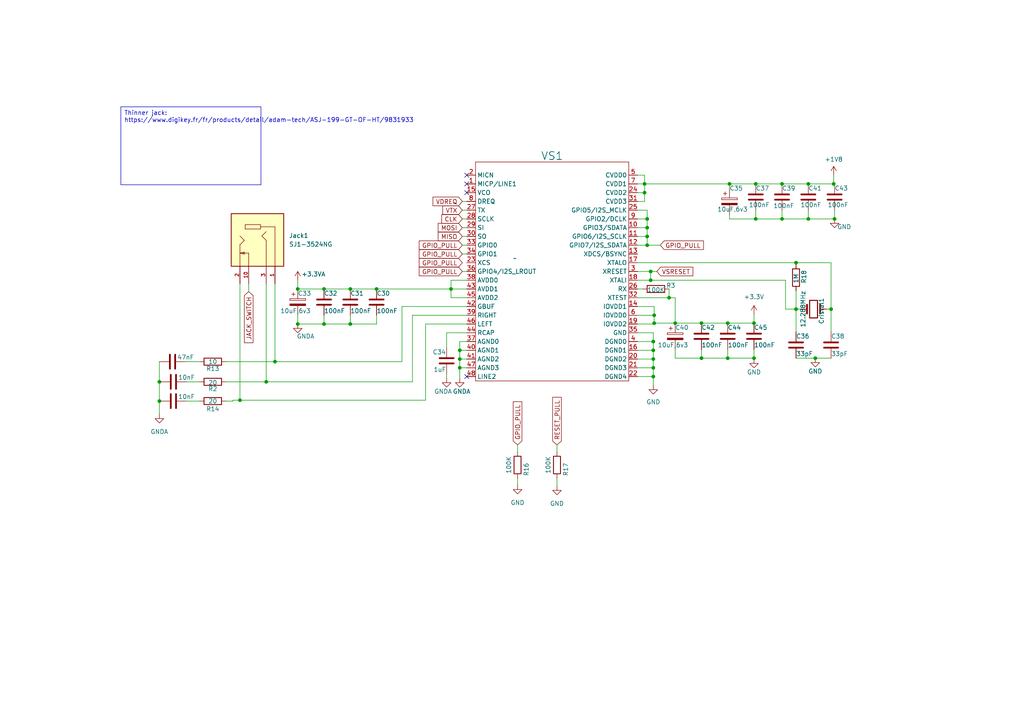
<source format=kicad_sch>
(kicad_sch (version 20230121) (generator eeschema)
  (paper "A4")
  (lib_symbols
    (symbol "Device:C" (pin_numbers hide) (pin_names (offset 0.254))
      (property "Reference" "C" (at 0.635 2.54 0))
      (property "Value" "C" (at 0.635 -2.54 0))
      (symbol "C_0_1"
        (polyline (pts (xy -2.032 -0.762) (xy 2.032 -0.762)) (stroke (width 0.508)))
        (polyline (pts (xy -2.032 0.762) (xy 2.032 0.762)) (stroke (width 0.508)))
      )
      (symbol "C_1_1"
        (pin passive line (at 0 3.81 270) (length 2.794) (name "~") (number "1"))
        (pin passive line (at 0 -3.81 90) (length 2.794) (name "~") (number "2"))
      )
    )
    (symbol "Device:C_Polarized" (pin_numbers hide) (pin_names (offset 0.254))
      (property "Reference" "C" (at 0.635 2.54 0))
      (property "Value" "C_Polarized" (at 0.635 -2.54 0))
      (symbol "C_Polarized_0_1"
        (rectangle (start -2.286 0.508) (end 2.286 1.016))
        (polyline (pts (xy -1.778 2.286) (xy -0.762 2.286)))
        (polyline (pts (xy -1.27 2.794) (xy -1.27 1.778)))
        (rectangle (start 2.286 -0.508) (end -2.286 -1.016) (fill (type outline)))
      )
      (symbol "C_Polarized_1_1"
        (pin passive line (at 0 3.81 270) (length 2.794) (name "~") (number "1"))
        (pin passive line (at 0 -3.81 90) (length 2.794) (name "~") (number "2"))
      )
    )
    (symbol "Device:Crystal" (pin_numbers hide) (pin_names (offset 1.016) hide)
      (property "Reference" "Y" (at 0 3.81 0))
      (property "Value" "Crystal" (at 0 -3.81 0))
      (symbol "Crystal_0_1"
        (rectangle (start -1.143 2.54) (end 1.143 -2.54) (stroke (width 0.3048)))
        (polyline (pts (xy -2.54 0) (xy -1.905 0)))
        (polyline (pts (xy -1.905 -1.27) (xy -1.905 1.27)) (stroke (width 0.508)))
        (polyline (pts (xy 1.905 -1.27) (xy 1.905 1.27)) (stroke (width 0.508)))
        (polyline (pts (xy 2.54 0) (xy 1.905 0)))
      )
      (symbol "Crystal_1_1"
        (pin passive line (at -3.81 0 0) (length 1.27) (name "1") (number "1"))
        (pin passive line (at 3.81 0 180) (length 1.27) (name "2") (number "2"))
      )
    )
    (symbol "Device:R" (pin_numbers hide) (pin_names (offset 0))
      (property "Reference" "R" (at 2.032 0 90))
      (property "Value" "R" (at 0 0 90))
      (symbol "R_0_1"
        (rectangle (start -1.016 -2.54) (end 1.016 2.54) (stroke (width 0.254)))
      )
      (symbol "R_1_1"
        (pin passive line (at 0 3.81 270) (length 1.27) (name "~") (number "1"))
        (pin passive line (at 0 -3.81 90) (length 1.27) (name "~") (number "2"))
      )
    )
    (symbol "openpod:SJ1-3524NG" (pin_names (offset 1.016) hide)
      (property "Reference" "J" (at -7.62 8.382 0))
      (property "Value" "SJ1-3524NG" (at -7.62 -10.16 0))
      (symbol "SJ1-3524NG_0_0"
        (rectangle (start -7.62 -7.62) (end 7.62 7.62) (stroke (width 0.254)) (fill (type background)))
        (polyline (pts (xy -4.445 -3.556) (xy -4.445 0.889)) (stroke (width 0.1524)))
        (polyline (pts (xy -4.445 0.889) (xy -3.81 0.889)) (stroke (width 0.1524)))
        (polyline (pts (xy -3.81 0.889) (xy -3.175 0.889)) (stroke (width 0.1524)))
        (polyline (pts (xy -3.81 5.08) (xy -3.81 0.889)) (stroke (width 0.1524)))
        (polyline (pts (xy -3.175 -3.556) (xy -4.445 -3.556)) (stroke (width 0.1524)))
        (polyline (pts (xy -3.175 0.889) (xy -3.175 -3.556)) (stroke (width 0.1524)))
        (polyline (pts (xy -1.143 1.27) (xy -2.413 2.54)) (stroke (width 0.1524)))
        (polyline (pts (xy 0.127 -3.81) (xy -1.143 -5.08)) (stroke (width 0.1524)))
        (polyline (pts (xy 0.127 2.54) (xy -1.143 1.27)) (stroke (width 0.1524)))
        (polyline (pts (xy 1.397 -5.08) (xy 0.127 -3.81)) (stroke (width 0.1524)))
        (polyline (pts (xy 3.81 -2.54) (xy 3.81 -5.08)) (stroke (width 0.1524)))
        (polyline (pts (xy 7.62 -5.08) (xy 1.397 -5.08)) (stroke (width 0.1524)))
        (polyline (pts (xy 7.62 -2.54) (xy 3.81 -2.54)) (stroke (width 0.1524)))
        (polyline (pts (xy 7.62 2.54) (xy 0.127 2.54)) (stroke (width 0.1524)))
        (polyline (pts (xy 7.62 5.08) (xy -3.81 5.08)) (stroke (width 0.1524)))
        (polyline (pts (xy 3.81 -5.08) (xy 3.5052 -3.81) (xy 4.1402 -3.81) (xy 3.81 -5.08)) (stroke (width 0.1524)) (fill (type background)))
        (pin passive line (at 12.7 5.08 180) (length 5.08) (name "~") (number "1"))
        (pin passive line (at 12.7 -2.54 180) (length 5.08) (name "~") (number "10"))
        (pin passive line (at 12.7 -5.08 180) (length 5.08) (name "~") (number "2"))
        (pin passive line (at 12.7 2.54 180) (length 5.08) (name "~") (number "3"))
      )
    )
    (symbol "openpod:vs1063"
      (property "Reference" "VS1063" (at 0 0 0))
      (symbol "vs1063_0_1"
        (rectangle (start 24.13 -44.45) (end -20.32 19.05))
      )
      (symbol "vs1063_1_1"
        (pin input line (at -22.86 12.7 0) (length 2.54) (name "MICP/LINE1") (number "1"))
        (pin input line (at 26.67 0 180) (length 2.54) (name "GPIO3/SDATA") (number "10"))
        (pin input line (at 26.67 -2.54 180) (length 2.54) (name "GPIO6/I2S_SCLK") (number "11"))
        (pin input line (at 26.67 -5.08 180) (length 2.54) (name "GPIO7/I2S_SDATA") (number "12"))
        (pin input line (at 26.67 -7.62 180) (length 2.54) (name "XDCS/BSYNC") (number "13"))
        (pin input line (at 26.67 -22.86 180) (length 2.54) (name "IOVDD1") (number "14"))
        (pin input line (at -22.86 10.16 0) (length 2.54) (name "VCO") (number "15"))
        (pin input line (at 26.67 -35.56 180) (length 2.54) (name "DGND1") (number "16"))
        (pin input line (at 26.67 -10.16 180) (length 2.54) (name "XTALO") (number "17"))
        (pin input line (at 26.67 -15.24 180) (length 2.54) (name "XTALI") (number "18"))
        (pin input line (at 26.67 -27.94 180) (length 2.54) (name "IOVDD2") (number "19"))
        (pin input line (at -22.86 15.24 0) (length 2.54) (name "MICN") (number "2"))
        (pin input line (at 26.67 -38.1 180) (length 2.54) (name "DGND2") (number "20"))
        (pin input line (at 26.67 -40.64 180) (length 2.54) (name "DGND3") (number "21"))
        (pin input line (at 26.67 -43.18 180) (length 2.54) (name "DGND4") (number "22"))
        (pin input line (at -22.86 -10.16 0) (length 2.54) (name "XCS") (number "23"))
        (pin input line (at 26.67 10.16 180) (length 2.54) (name "CVDD2") (number "24"))
        (pin input line (at 26.67 5.08 180) (length 2.54) (name "GPIO5/I2S_MCLK") (number "25"))
        (pin input line (at 26.67 -17.78 180) (length 2.54) (name "RX") (number "26"))
        (pin input line (at -22.86 5.08 0) (length 2.54) (name "TX") (number "27"))
        (pin input line (at -22.86 2.54 0) (length 2.54) (name "SCLK") (number "28"))
        (pin input line (at -22.86 0 0) (length 2.54) (name "SI") (number "29"))
        (pin input line (at 26.67 -12.7 180) (length 2.54) (name "XRESET") (number "3"))
        (pin input line (at -22.86 -2.54 0) (length 2.54) (name "SO") (number "30"))
        (pin input line (at 26.67 7.62 180) (length 2.54) (name "CVDD3") (number "31"))
        (pin input line (at 26.67 -20.32 180) (length 2.54) (name "XTEST") (number "32"))
        (pin input line (at -22.86 -5.08 0) (length 2.54) (name "GPIO0") (number "33"))
        (pin input line (at -22.86 -7.62 0) (length 2.54) (name "GPIO1") (number "34"))
        (pin input line (at 26.67 -30.48 180) (length 2.54) (name "GND") (number "35"))
        (pin input line (at -22.86 -12.7 0) (length 2.54) (name "GPIO4/I2S_LROUT") (number "36"))
        (pin input line (at -22.86 -33.02 0) (length 2.54) (name "AGND0") (number "37"))
        (pin input line (at -22.86 -15.24 0) (length 2.54) (name "AVDD0") (number "38"))
        (pin input line (at -22.86 -25.4 0) (length 2.54) (name "RIGHT") (number "39"))
        (pin input line (at 26.67 -33.02 180) (length 2.54) (name "DGND0") (number "4"))
        (pin input line (at -22.86 -35.56 0) (length 2.54) (name "AGND1") (number "40"))
        (pin input line (at -22.86 -38.1 0) (length 2.54) (name "AGND2") (number "41"))
        (pin input line (at -22.86 -22.86 0) (length 2.54) (name "GBUF") (number "42"))
        (pin input line (at -22.86 -17.78 0) (length 2.54) (name "AVDD1") (number "43"))
        (pin input line (at -22.86 -30.48 0) (length 2.54) (name "RCAP") (number "44"))
        (pin input line (at -22.86 -20.32 0) (length 2.54) (name "AVDD2") (number "45"))
        (pin input line (at -22.86 -27.94 0) (length 2.54) (name "LEFT") (number "46"))
        (pin input line (at -22.86 -40.64 0) (length 2.54) (name "AGND3") (number "47"))
        (pin input line (at -22.86 -43.18 0) (length 2.54) (name "LINE2") (number "48"))
        (pin input line (at 26.67 15.24 180) (length 2.54) (name "CVDD0") (number "5"))
        (pin input line (at 26.67 -25.4 180) (length 2.54) (name "IOVDD0") (number "6"))
        (pin input line (at 26.67 12.7 180) (length 2.54) (name "CVDD1") (number "7"))
        (pin input line (at -22.86 7.62 0) (length 2.54) (name "DREQ") (number "8"))
        (pin input line (at 26.67 2.54 180) (length 2.54) (name "GPIO2/DCLK") (number "9"))
      )
    )
    (symbol "power:+1V8" (power) (pin_names (offset 0))
      (property "Value" "+1V8" (at 0 3.556 0))
      (symbol "+1V8_0_1"
        (polyline (pts (xy -0.762 1.27) (xy 0 2.54)))
        (polyline (pts (xy 0 0) (xy 0 2.54)))
        (polyline (pts (xy 0 2.54) (xy 0.762 1.27)))
      )
      (symbol "+1V8_1_1"
        (pin power_in line (at 0 0 90) (length 0) hide (name "+1V8") (number "1"))
      )
    )
    (symbol "power:+3.3V" (power) (pin_names (offset 0))
      (property "Value" "+3.3V" (at 0 3.556 0))
      (symbol "+3.3V_0_1"
        (polyline (pts (xy -0.762 1.27) (xy 0 2.54)))
        (polyline (pts (xy 0 0) (xy 0 2.54)))
        (polyline (pts (xy 0 2.54) (xy 0.762 1.27)))
      )
      (symbol "+3.3V_1_1"
        (pin power_in line (at 0 0 90) (length 0) hide (name "+3.3V") (number "1"))
      )
    )
    (symbol "power:+3.3VA" (power) (pin_names (offset 0))
      (property "Value" "+3.3VA" (at 0 3.556 0))
      (symbol "+3.3VA_0_1"
        (polyline (pts (xy -0.762 1.27) (xy 0 2.54)))
        (polyline (pts (xy 0 0) (xy 0 2.54)))
        (polyline (pts (xy 0 2.54) (xy 0.762 1.27)))
      )
      (symbol "+3.3VA_1_1"
        (pin power_in line (at 0 0 90) (length 0) hide (name "+3.3VA") (number "1"))
      )
    )
    (symbol "power:GND" (power) (pin_names (offset 0))
      (property "Value" "GND" (at 0 -3.81 0))
      (symbol "GND_0_1"
        (polyline (pts (xy 0 0) (xy 0 -1.27) (xy 1.27 -1.27) (xy 0 -2.54) (xy -1.27 -1.27) (xy 0 -1.27)))
      )
      (symbol "GND_1_1"
        (pin power_in line (at 0 0 270) (length 0) hide (name "GND") (number "1"))
      )
    )
    (symbol "power:GNDA" (power) (pin_names (offset 0))
      (property "Value" "GNDA" (at 0 -3.81 0))
      (symbol "GNDA_0_1"
        (polyline (pts (xy 0 0) (xy 0 -1.27) (xy 1.27 -1.27) (xy 0 -2.54) (xy -1.27 -1.27) (xy 0 -1.27)))
      )
      (symbol "GNDA_1_1"
        (pin power_in line (at 0 0 270) (length 0) hide (name "GNDA") (number "1"))
      )
    )
  )
  (junction (at 86.36 93.98))
  (junction (at 230.886 76.2))
  (junction (at 46.228 116.332))
  (junction (at 188.722 81.28))
  (junction (at 86.36 83.82))
  (junction (at 219.202 53.34))
  (junction (at 211.074 93.726))
  (junction (at 226.822 53.34))
  (junction (at 101.6 93.98))
  (junction (at 109.22 83.82))
  (junction (at 241.808 53.34))
  (junction (at 69.596 116.078))
  (junction (at 187.706 71.12))
  (junction (at 93.98 93.98))
  (junction (at 189.484 99.06))
  (junction (at 218.694 103.886))
  (junction (at 219.202 63.5))
  (junction (at 189.738 91.44))
  (junction (at 189.484 106.68))
  (junction (at 203.454 103.886))
  (junction (at 203.454 93.726))
  (junction (at 234.442 53.34))
  (junction (at 77.216 110.744))
  (junction (at 46.228 110.744))
  (junction (at 101.6 83.82))
  (junction (at 211.582 53.34))
  (junction (at 93.98 83.82))
  (junction (at 189.738 93.726))
  (junction (at 133.35 106.68))
  (junction (at 133.35 101.6))
  (junction (at 230.886 89.662))
  (junction (at 195.834 93.726))
  (junction (at 226.822 63.5))
  (junction (at 189.484 109.22))
  (junction (at 241.046 89.662))
  (junction (at 242.062 63.5))
  (junction (at 236.474 103.886))
  (junction (at 130.81 83.82))
  (junction (at 133.35 104.14))
  (junction (at 194.056 86.36))
  (junction (at 187.706 66.04))
  (junction (at 187.706 68.58))
  (junction (at 186.944 55.88))
  (junction (at 187.706 63.5))
  (junction (at 79.756 104.902))
  (junction (at 189.484 104.14))
  (junction (at 218.694 93.726))
  (junction (at 234.442 63.5))
  (junction (at 186.944 53.34))
  (junction (at 189.484 101.6))
  (junction (at 188.722 78.74))
  (junction (at 211.074 103.886))
  (no_connect (at 135.382 50.8))
  (no_connect (at 135.382 55.88))
  (no_connect (at 135.382 109.22))
  (no_connect (at 135.382 53.34))
  (wire (pts (xy 230.886 84.328) (xy 230.886 89.662)))
  (wire (pts (xy 184.912 81.28) (xy 188.722 81.28)))
  (wire (pts (xy 189.484 101.6) (xy 189.484 104.14)))
  (wire (pts (xy 161.544 129.032) (xy 161.544 131.064)))
  (wire (pts (xy 79.756 82.296) (xy 79.756 104.902)))
  (wire (pts (xy 189.738 93.726) (xy 195.834 93.726)))
  (wire (pts (xy 101.6 93.98) (xy 109.22 93.98)))
  (wire (pts (xy 189.738 88.9) (xy 189.738 91.44)))
  (wire (pts (xy 186.944 53.34) (xy 211.582 53.34)))
  (wire (pts (xy 195.834 103.886) (xy 195.834 101.346)))
  (wire (pts (xy 72.136 84.582) (xy 72.136 82.296)))
  (wire (pts (xy 189.738 93.726) (xy 189.738 93.98)))
  (wire (pts (xy 46.228 110.744) (xy 46.228 116.332)))
  (wire (pts (xy 241.808 50.8) (xy 241.808 53.34)))
  (wire (pts (xy 135.382 99.06) (xy 133.35 99.06)))
  (wire (pts (xy 203.454 93.726) (xy 211.074 93.726)))
  (wire (pts (xy 184.912 55.88) (xy 186.944 55.88)))
  (wire (pts (xy 189.484 106.68) (xy 189.484 109.22)))
  (wire (pts (xy 242.062 63.5) (xy 242.062 60.96)))
  (wire (pts (xy 184.912 60.96) (xy 187.706 60.96)))
  (wire (pts (xy 234.442 63.5) (xy 234.442 60.96)))
  (wire (pts (xy 65.532 116.332) (xy 67.564 116.332)))
  (wire (pts (xy 184.912 104.14) (xy 189.484 104.14)))
  (wire (pts (xy 134.112 66.04) (xy 135.382 66.04)))
  (wire (pts (xy 86.36 93.98) (xy 93.98 93.98)))
  (wire (pts (xy 130.81 81.28) (xy 130.81 83.82)))
  (wire (pts (xy 134.112 58.42) (xy 135.382 58.42)))
  (wire (pts (xy 67.564 116.078) (xy 67.564 116.332)))
  (wire (pts (xy 184.912 63.5) (xy 187.706 63.5)))
  (wire (pts (xy 239.776 89.662) (xy 241.046 89.662)))
  (wire (pts (xy 230.886 89.662) (xy 230.886 96.266)))
  (wire (pts (xy 150.114 138.684) (xy 150.114 140.716)))
  (wire (pts (xy 184.912 96.52) (xy 189.484 96.52)))
  (wire (pts (xy 186.944 55.88) (xy 186.944 53.34)))
  (wire (pts (xy 135.382 88.9) (xy 116.586 88.9)))
  (wire (pts (xy 54.102 110.744) (xy 57.912 110.744)))
  (wire (pts (xy 227.838 81.28) (xy 227.838 89.662)))
  (wire (pts (xy 135.382 93.98) (xy 123.444 93.98)))
  (wire (pts (xy 188.722 78.74) (xy 188.722 81.28)))
  (wire (pts (xy 211.582 63.5) (xy 219.202 63.5)))
  (wire (pts (xy 133.35 106.68) (xy 135.382 106.68)))
  (wire (pts (xy 130.81 81.28) (xy 135.382 81.28)))
  (wire (pts (xy 184.912 76.2) (xy 230.886 76.2)))
  (wire (pts (xy 211.582 53.34) (xy 219.202 53.34)))
  (wire (pts (xy 189.484 96.52) (xy 189.484 99.06)))
  (wire (pts (xy 65.532 104.902) (xy 79.756 104.902)))
  (wire (pts (xy 46.228 116.332) (xy 46.482 116.332)))
  (wire (pts (xy 129.54 108.458) (xy 129.54 109.728)))
  (wire (pts (xy 211.074 93.726) (xy 218.694 93.726)))
  (wire (pts (xy 218.694 104.14) (xy 218.694 103.886)))
  (wire (pts (xy 135.382 104.14) (xy 133.35 104.14)))
  (wire (pts (xy 119.634 91.44) (xy 135.382 91.44)))
  (wire (pts (xy 93.98 93.98) (xy 93.98 91.44)))
  (wire (pts (xy 69.596 116.078) (xy 123.444 116.078)))
  (wire (pts (xy 133.35 101.6) (xy 133.35 104.14)))
  (wire (pts (xy 203.454 103.886) (xy 203.454 101.346)))
  (wire (pts (xy 184.912 68.58) (xy 187.706 68.58)))
  (wire (pts (xy 161.544 138.684) (xy 161.544 140.97)))
  (wire (pts (xy 184.912 86.36) (xy 194.056 86.36)))
  (wire (pts (xy 109.22 93.98) (xy 109.22 91.44)))
  (wire (pts (xy 86.36 93.98) (xy 86.36 91.44)))
  (wire (pts (xy 134.112 68.58) (xy 135.382 68.58)))
  (wire (pts (xy 86.36 83.82) (xy 93.98 83.82)))
  (wire (pts (xy 189.484 109.22) (xy 189.484 111.76)))
  (wire (pts (xy 195.834 93.726) (xy 203.454 93.726)))
  (wire (pts (xy 194.056 83.82) (xy 194.056 86.36)))
  (wire (pts (xy 188.722 78.74) (xy 190.5 78.74)))
  (wire (pts (xy 211.074 103.886) (xy 218.694 103.886)))
  (wire (pts (xy 236.474 103.886) (xy 241.046 103.886)))
  (wire (pts (xy 130.81 83.82) (xy 135.382 83.82)))
  (wire (pts (xy 119.634 91.44) (xy 119.634 110.744)))
  (wire (pts (xy 77.216 110.744) (xy 119.634 110.744)))
  (wire (pts (xy 184.912 53.34) (xy 186.944 53.34)))
  (wire (pts (xy 230.886 89.662) (xy 232.156 89.662)))
  (wire (pts (xy 135.382 86.36) (xy 130.81 86.36)))
  (wire (pts (xy 184.912 93.98) (xy 189.738 93.98)))
  (wire (pts (xy 211.582 53.34) (xy 211.582 54.61)))
  (wire (pts (xy 230.886 76.2) (xy 241.046 76.2)))
  (wire (pts (xy 130.81 83.82) (xy 130.81 86.36)))
  (wire (pts (xy 189.484 104.14) (xy 189.484 106.68)))
  (wire (pts (xy 187.706 66.04) (xy 187.706 68.58)))
  (wire (pts (xy 101.6 83.82) (xy 109.22 83.82)))
  (wire (pts (xy 184.912 83.82) (xy 186.436 83.82)))
  (wire (pts (xy 79.756 104.902) (xy 116.586 104.902)))
  (wire (pts (xy 134.112 73.66) (xy 135.382 73.66)))
  (wire (pts (xy 184.912 50.8) (xy 186.944 50.8)))
  (wire (pts (xy 133.35 109.728) (xy 133.35 106.68)))
  (wire (pts (xy 211.582 63.5) (xy 211.582 62.23)))
  (wire (pts (xy 226.822 63.5) (xy 234.442 63.5)))
  (wire (pts (xy 150.114 129.032) (xy 150.114 131.064)))
  (wire (pts (xy 135.382 101.6) (xy 133.35 101.6)))
  (wire (pts (xy 187.706 63.5) (xy 187.706 66.04)))
  (wire (pts (xy 77.216 82.296) (xy 77.216 110.744)))
  (wire (pts (xy 227.838 89.662) (xy 230.886 89.662)))
  (wire (pts (xy 203.454 103.886) (xy 211.074 103.886)))
  (wire (pts (xy 191.516 71.12) (xy 187.706 71.12)))
  (wire (pts (xy 226.822 53.34) (xy 234.442 53.34)))
  (wire (pts (xy 226.822 63.5) (xy 226.822 60.96)))
  (wire (pts (xy 134.112 63.5) (xy 135.382 63.5)))
  (wire (pts (xy 184.912 66.04) (xy 187.706 66.04)))
  (wire (pts (xy 93.98 93.98) (xy 101.6 93.98)))
  (wire (pts (xy 184.912 78.74) (xy 188.722 78.74)))
  (wire (pts (xy 67.564 116.078) (xy 69.596 116.078)))
  (wire (pts (xy 116.586 88.9) (xy 116.586 104.902)))
  (wire (pts (xy 93.98 83.82) (xy 101.6 83.82)))
  (wire (pts (xy 194.056 86.36) (xy 195.834 86.36)))
  (wire (pts (xy 188.722 81.28) (xy 227.838 81.28)))
  (wire (pts (xy 129.54 96.52) (xy 129.54 100.838)))
  (wire (pts (xy 218.694 91.186) (xy 218.694 93.726)))
  (wire (pts (xy 133.35 104.14) (xy 133.35 106.68)))
  (wire (pts (xy 109.22 83.82) (xy 130.81 83.82)))
  (wire (pts (xy 189.738 91.44) (xy 189.738 93.726)))
  (wire (pts (xy 187.706 60.96) (xy 187.706 63.5)))
  (wire (pts (xy 46.228 116.332) (xy 46.228 120.142)))
  (wire (pts (xy 134.112 60.96) (xy 135.382 60.96)))
  (wire (pts (xy 184.912 71.12) (xy 187.706 71.12)))
  (wire (pts (xy 184.912 101.6) (xy 189.484 101.6)))
  (wire (pts (xy 186.944 50.8) (xy 186.944 53.34)))
  (wire (pts (xy 189.484 99.06) (xy 189.484 101.6)))
  (wire (pts (xy 187.706 71.12) (xy 187.706 68.58)))
  (wire (pts (xy 218.694 103.886) (xy 218.694 101.346)))
  (wire (pts (xy 46.228 104.902) (xy 46.228 110.744)))
  (wire (pts (xy 195.834 86.36) (xy 195.834 93.726)))
  (wire (pts (xy 218.694 93.726) (xy 218.694 93.98)))
  (wire (pts (xy 186.944 58.42) (xy 186.944 55.88)))
  (wire (pts (xy 133.35 99.06) (xy 133.35 101.6)))
  (wire (pts (xy 54.102 116.332) (xy 57.912 116.332)))
  (wire (pts (xy 69.596 82.296) (xy 69.596 116.078)))
  (wire (pts (xy 134.112 78.74) (xy 135.382 78.74)))
  (wire (pts (xy 86.36 81.28) (xy 86.36 83.82)))
  (wire (pts (xy 241.808 53.34) (xy 242.062 53.34)))
  (wire (pts (xy 241.046 76.2) (xy 241.046 89.662)))
  (wire (pts (xy 234.442 63.5) (xy 242.062 63.5)))
  (wire (pts (xy 184.912 91.44) (xy 189.738 91.44)))
  (wire (pts (xy 219.202 63.5) (xy 219.202 60.96)))
  (wire (pts (xy 135.382 96.52) (xy 129.54 96.52)))
  (wire (pts (xy 234.442 53.34) (xy 241.808 53.34)))
  (wire (pts (xy 219.202 53.34) (xy 226.822 53.34)))
  (wire (pts (xy 241.046 89.662) (xy 241.046 96.266)))
  (wire (pts (xy 219.202 63.5) (xy 226.822 63.5)))
  (wire (pts (xy 46.228 110.744) (xy 46.482 110.744)))
  (wire (pts (xy 184.912 99.06) (xy 189.484 99.06)))
  (wire (pts (xy 123.444 93.98) (xy 123.444 116.078)))
  (wire (pts (xy 134.112 71.12) (xy 135.382 71.12)))
  (wire (pts (xy 101.6 93.98) (xy 101.6 91.44)))
  (wire (pts (xy 184.912 58.42) (xy 186.944 58.42)))
  (wire (pts (xy 184.912 88.9) (xy 189.738 88.9)))
  (wire (pts (xy 184.912 109.22) (xy 189.484 109.22)))
  (wire (pts (xy 230.886 103.886) (xy 236.474 103.886)))
  (wire (pts (xy 184.912 106.68) (xy 189.484 106.68)))
  (wire (pts (xy 195.834 103.886) (xy 203.454 103.886)))
  (wire (pts (xy 53.848 104.902) (xy 57.912 104.902)))
  (wire (pts (xy 211.074 103.886) (xy 211.074 101.346)))
  (wire (pts (xy 65.532 110.744) (xy 77.216 110.744)))
  (wire (pts (xy 230.886 76.2) (xy 230.886 76.708)))
  (text_box "Thinner jack: https://www.digikey.fr/fr/products/detail/adam-tech/ASJ-199-GT-OF-HT/9831933" (at 35.052 30.988 0) (size 40.64 22.606) (effects (font (size 1.27 1.27)) (justify left top)))
  (global_label "CLK" (shape input) (at 134.112 63.5 180) (property "Intersheetrefs" "${INTERSHEET_REFS}" (effects hide)))
  (global_label "GPIO_PULL" (shape input) (at 150.114 129.032 90) (property "Intersheetrefs" "${INTERSHEET_REFS}" (effects hide)))
  (global_label "GPIO_PULL" (shape input) (at 191.516 71.12 0) (property "Intersheetrefs" "${INTERSHEET_REFS}" (effects hide)))
  (global_label "GPIO_PULL" (shape input) (at 134.112 78.74 180) (property "Intersheetrefs" "${INTERSHEET_REFS}" (effects hide)))
  (global_label "VSRESET" (shape input) (at 190.5 78.74 0) (property "Intersheetrefs" "${INTERSHEET_REFS}" (effects hide)))
  (global_label "MOSI" (shape input) (at 134.112 66.04 180) (property "Intersheetrefs" "${INTERSHEET_REFS}" (effects hide)))
  (global_label "RESET_PULL" (shape input) (at 161.544 129.032 90) (property "Intersheetrefs" "${INTERSHEET_REFS}" (effects hide)))
  (global_label "JACK_SWITCH" (shape input) (at 72.136 84.582 270) (property "Intersheetrefs" "${INTERSHEET_REFS}" (effects hide)))
  (global_label "VTX" (shape input) (at 134.112 60.96 180) (property "Intersheetrefs" "${INTERSHEET_REFS}" (effects hide)))
  (global_label "GPIO_PULL" (shape input) (at 134.112 76.2 180) (property "Intersheetrefs" "${INTERSHEET_REFS}" (effects hide)))
  (global_label "GPIO_PULL" (shape input) (at 134.112 73.66 180) (property "Intersheetrefs" "${INTERSHEET_REFS}" (effects hide)))
  (global_label "GPIO_PULL" (shape input) (at 134.112 71.12 180) (property "Intersheetrefs" "${INTERSHEET_REFS}" (effects hide)))
  (global_label "VDREQ" (shape input) (at 134.112 58.42 180) (property "Intersheetrefs" "${INTERSHEET_REFS}" (effects hide)))
  (global_label "MISO" (shape input) (at 134.112 68.58 180) (property "Intersheetrefs" "${INTERSHEET_REFS}" (effects hide)))
  (symbol (lib_id "power:GNDA") (at 86.36 93.98 0) (unit 1)
    (property "Reference" "#PWR09" (effects hide))
    (property "Value" "GNDA" (at 88.646 97.536 0))
  )
  (symbol (lib_id "Device:C") (at 129.54 104.648 0) (unit 1)
    (property "Reference" "C34" (at 125.476 102.108 0) (effects (justify left)))
    (property "Value" "1uF" (at 125.73 107.188 0) (effects (justify left)))
  )
  (symbol (lib_id "Device:C") (at 226.822 57.15 0) (unit 1)
    (property "Reference" "C39" (at 226.822 54.61 0) (effects (justify left)))
    (property "Value" "100nF" (at 224.282 59.69 0) (effects (justify left)))
  )
  (symbol (lib_id "power:GND") (at 236.474 103.886 0) (unit 1)
    (property "Reference" "#PWR018" (effects hide))
    (property "Value" "GND" (at 236.474 107.696 0))
  )
  (symbol (lib_id "Device:C") (at 50.292 110.744 90) (unit 1)
    (property "Reference" "C3" (effects hide))
    (property "Value" "10nF" (at 54.102 109.474 90))
  )
  (symbol (lib_id "Device:C") (at 93.98 87.63 0) (unit 1)
    (property "Reference" "C32" (at 93.98 85.09 0) (effects (justify left)))
    (property "Value" "100nF" (at 93.98 90.17 0) (effects (justify left)))
  )
  (symbol (lib_id "power:GNDA") (at 129.54 109.728 0) (unit 1)
    (property "Reference" "#PWR014" (effects hide))
    (property "Value" "GNDA" (at 128.524 113.538 0))
  )
  (symbol (lib_id "Device:C") (at 211.074 97.536 0) (unit 1)
    (property "Reference" "C44" (at 211.074 94.996 0) (effects (justify left)))
    (property "Value" "100nF" (at 211.074 100.076 0) (effects (justify left)))
  )
  (symbol (lib_id "power:GND") (at 242.062 63.5 0) (unit 1)
    (property "Reference" "#PWR037" (effects hide))
    (property "Value" "GND" (at 244.856 65.786 0))
  )
  (symbol (lib_id "Device:R") (at 61.722 110.744 90) (unit 1)
    (property "Reference" "R2" (at 61.722 112.776 90))
    (property "Value" "20" (at 61.722 110.998 90))
  )
  (symbol (lib_id "Device:C") (at 230.886 100.076 0) (unit 1)
    (property "Reference" "C36" (at 230.886 97.536 0) (effects (justify left)))
    (property "Value" "33pF" (at 230.886 102.616 0) (effects (justify left)))
  )
  (symbol (lib_id "power:+3.3VA") (at 86.36 81.28 0) (unit 1)
    (property "Reference" "#PWR017" (effects hide))
    (property "Value" "+3.3VA" (at 90.932 79.502 0))
  )
  (symbol (lib_id "power:+3.3V") (at 218.694 91.186 0) (unit 1)
    (property "Reference" "#PWR015" (effects hide))
    (property "Value" "+3.3V" (at 218.694 86.106 0))
  )
  (symbol (lib_id "power:GND") (at 150.114 140.716 0) (unit 1)
    (property "Reference" "#PWR027" (effects hide))
    (property "Value" "GND" (at 150.114 145.796 0))
  )
  (symbol (lib_id "Device:C_Polarized") (at 211.582 58.42 0) (unit 1)
    (property "Reference" "C35" (at 211.582 54.61 0) (effects (justify left)))
    (property "Value" "10uF,6v3" (at 208.026 60.706 0) (effects (justify left)))
  )
  (symbol (lib_id "Device:C") (at 218.694 97.536 0) (unit 1)
    (property "Reference" "C45" (at 218.694 94.996 0) (effects (justify left)))
    (property "Value" "100nF" (at 218.694 100.076 0) (effects (justify left)))
  )
  (symbol (lib_id "power:GNDA") (at 46.228 120.142 0) (unit 1)
    (property "Reference" "#PWR013" (effects hide))
    (property "Value" "GNDA" (at 46.228 125.222 0))
  )
  (symbol (lib_id "power:GND") (at 161.544 140.97 0) (unit 1)
    (property "Reference" "#PWR033" (effects hide))
    (property "Value" "GND" (at 161.544 146.05 0))
  )
  (symbol (lib_id "Device:Crystal") (at 235.966 89.662 0) (unit 1)
    (property "Reference" "Cristal1" (at 238.252 86.36 90) (effects (justify right)))
    (property "Value" "12.288MHz" (at 232.918 84.328 90) (effects (justify right)))
  )
  (symbol (lib_id "Device:C_Polarized") (at 195.834 97.536 0) (unit 1)
    (property "Reference" "C40" (at 195.834 94.996 0) (effects (justify left)))
    (property "Value" "10uF,6v3" (at 190.754 100.076 0) (effects (justify left)))
  )
  (symbol (lib_id "Device:R") (at 230.886 80.518 180) (unit 1)
    (property "Reference" "R18" (at 233.172 80.264 90))
    (property "Value" "1M" (at 230.886 80.772 90))
  )
  (symbol (lib_id "Device:R") (at 61.722 104.902 90) (unit 1)
    (property "Reference" "R13" (at 61.722 106.934 90))
    (property "Value" "10" (at 61.722 104.902 90))
  )
  (symbol (lib_id "Device:C") (at 203.454 97.536 0) (unit 1)
    (property "Reference" "C42" (at 203.454 94.996 0) (effects (justify left)))
    (property "Value" "100nF" (at 203.454 100.076 0) (effects (justify left)))
  )
  (symbol (lib_id "Device:C_Polarized") (at 86.36 87.63 0) (unit 1)
    (property "Reference" "C33" (at 86.36 85.09 0) (effects (justify left)))
    (property "Value" "10uF,6v3" (at 81.28 90.17 0) (effects (justify left)))
  )
  (symbol (lib_id "Device:C") (at 50.292 116.332 90) (unit 1)
    (property "Reference" "C29" (effects hide))
    (property "Value" "10nF" (at 54.102 115.062 90))
  )
  (symbol (lib_id "Device:R") (at 61.722 116.332 90) (unit 1)
    (property "Reference" "R14" (at 61.722 118.618 90))
    (property "Value" "20" (at 61.722 116.332 90))
  )
  (symbol (lib_id "power:GNDA") (at 133.35 109.728 0) (unit 1)
    (property "Reference" "#PWR08" (effects hide))
    (property "Value" "GNDA" (at 131.318 113.538 0) (effects (justify left)))
  )
  (symbol (lib_id "Device:C") (at 109.22 87.63 0) (unit 1)
    (property "Reference" "C30" (at 109.22 85.09 0) (effects (justify left)))
    (property "Value" "100nF" (at 109.22 90.17 0) (effects (justify left)))
  )
  (symbol (lib_id "power:GND") (at 218.694 104.14 0) (unit 1)
    (property "Reference" "#PWR038" (effects hide))
    (property "Value" "GND" (at 218.694 107.95 0))
  )
  (symbol (lib_id "Device:C") (at 50.038 104.902 90) (unit 1)
    (property "Reference" "C9" (effects hide))
    (property "Value" "47nF" (at 53.848 103.632 90))
  )
  (symbol (lib_id "openpod:SJ1-3524NG") (at 74.676 69.596 270) (unit 1)
    (property "Reference" "Jack1" (at 83.82 68.326 90) (effects (justify left)))
    (property "Value" "SJ1-3524NG" (at 83.82 70.866 90) (effects (justify left)))
    (property "Footprint" "openpod:CUI_SJ1-3524NG" (effects hide))
    (property "Datasheet" "https://www.sameskydevices.com/product/resource/sj1-352xng.pdf" (effects hide))
    (property "Manufacturer" "Same Sky (Formerly CUI Devices)" (effects hide))
    (property "Part number" "SJ1-3524NG" (effects hide))
    (property "Supplier" "DigiKey" (effects hide))
    (property "Supplier Part number" "CP1-3524NG-ND" (effects hide))
  )
  (symbol (lib_id "Device:C") (at 101.6 87.63 0) (unit 1)
    (property "Reference" "C31" (at 101.6 85.09 0) (effects (justify left)))
    (property "Value" "100nF" (at 101.6 90.17 0) (effects (justify left)))
  )
  (symbol (lib_id "Device:C") (at 242.062 57.15 0) (unit 1)
    (property "Reference" "C43" (at 242.062 54.61 0) (effects (justify left)))
    (property "Value" "100nF" (at 240.03 59.436 0) (effects (justify left)))
  )
  (symbol (lib_id "Device:R") (at 161.544 134.874 180) (unit 1)
    (property "Reference" "R17" (at 164.084 136.144 90))
    (property "Value" "100K" (at 159.004 134.874 90))
  )
  (symbol (lib_id "Device:R") (at 150.114 134.874 180) (unit 1)
    (property "Reference" "R16" (at 152.654 136.144 90))
    (property "Value" "100K" (at 147.574 134.874 90))
  )
  (symbol (lib_id "power:+1V8") (at 241.808 50.8 0) (unit 1)
    (property "Reference" "#PWR016" (effects hide))
    (property "Value" "+1V8" (at 241.808 46.228 0))
  )
  (symbol (lib_id "power:GND") (at 189.484 111.76 0) (unit 1)
    (property "Reference" "#PWR012" (effects hide))
    (property "Value" "GND" (at 189.484 116.586 0))
  )
  (symbol (lib_id "Device:C") (at 219.202 57.15 0) (unit 1)
    (property "Reference" "C37" (at 219.202 54.61 0) (effects (justify left)))
    (property "Value" "100nF" (at 217.17 59.436 0) (effects (justify left)))
  )
  (symbol (lib_id "Device:C") (at 241.046 100.076 0) (unit 1)
    (property "Reference" "C38" (at 241.046 97.536 0) (effects (justify left)))
    (property "Value" "33pF" (at 241.046 102.616 0) (effects (justify left)))
  )
  (symbol (lib_id "Device:C") (at 234.442 57.15 0) (unit 1)
    (property "Reference" "C41" (at 234.442 54.61 0) (effects (justify left)))
    (property "Value" "100nF" (at 232.156 59.436 0) (effects (justify left)))
  )
  (symbol (lib_id "openpod:vs1063") (at 158.242 66.04 0) (unit 1)
    (property "Reference" "VS1" (at 160.147 45.212 0) (effects (font (size 2.27 2.27))))
    (property "Value" "~" (at 149.352 74.93 0))
  )
  (symbol (lib_id "Device:R") (at 190.246 83.82 270) (unit 1)
    (property "Reference" "R3" (at 194.564 82.804 90))
    (property "Value" "100K" (at 190.246 84.074 90))
  )
)
</source>
